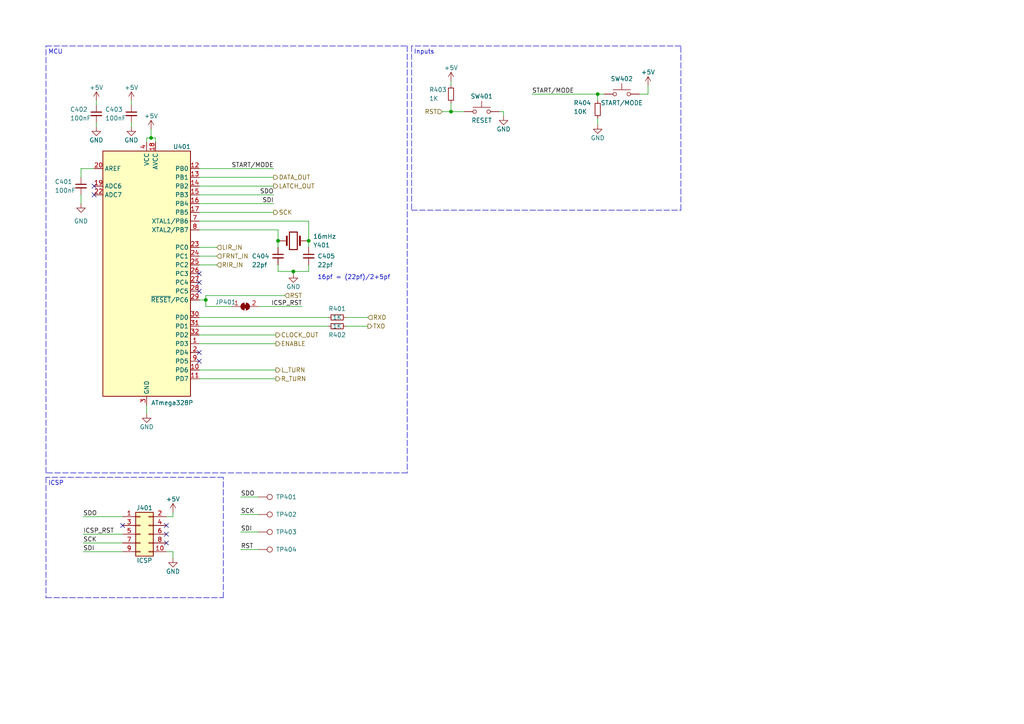
<source format=kicad_sch>
(kicad_sch (version 20211123) (generator eeschema)
  (paper "A4")
  (title_block (title "MegaMouse") (date "${ISSUE}") (rev "${REVISION}") (company "Kitsune Scientific") (comment 4 "Release: ${FULL_REVISION}"))
  (lib_symbols
    (symbol "+5V_3" (power) (pin_names (offset 0))
      (property "Value" "+5V_3" (at 0 3.556 0))
      (symbol "+5V_3_0_1"
        (polyline (pts (xy -0.762 1.27) (xy 0 2.54)))
        (polyline (pts (xy 0 0) (xy 0 2.54)))
        (polyline (pts (xy 0 2.54) (xy 0.762 1.27)))
      )
      (symbol "+5V_3_1_1"
        (pin power_in line (at 0 0 90) (length 0) hide (name "+5V") (number "1"))
      )
    )
    (symbol "+5V_5" (power) (pin_names (offset 0))
      (property "Value" "+5V_5" (at 0 3.556 0))
      (symbol "+5V_5_0_1"
        (polyline (pts (xy -0.762 1.27) (xy 0 2.54)))
        (polyline (pts (xy 0 0) (xy 0 2.54)))
        (polyline (pts (xy 0 2.54) (xy 0.762 1.27)))
      )
      (symbol "+5V_5_1_1"
        (pin power_in line (at 0 0 90) (length 0) hide (name "+5V") (number "1"))
      )
    )
    (symbol "+5V_6" (power) (pin_names (offset 0))
      (property "Value" "+5V_6" (at 0 3.556 0))
      (symbol "+5V_6_0_1"
        (polyline (pts (xy -0.762 1.27) (xy 0 2.54)))
        (polyline (pts (xy 0 0) (xy 0 2.54)))
        (polyline (pts (xy 0 2.54) (xy 0.762 1.27)))
      )
      (symbol "+5V_6_1_1"
        (pin power_in line (at 0 0 90) (length 0) hide (name "+5V") (number "1"))
      )
    )
    (symbol "+5V_7" (power) (pin_names (offset 0))
      (property "Value" "+5V_7" (at 0 3.556 0))
      (symbol "+5V_7_0_1"
        (polyline (pts (xy -0.762 1.27) (xy 0 2.54)))
        (polyline (pts (xy 0 0) (xy 0 2.54)))
        (polyline (pts (xy 0 2.54) (xy 0.762 1.27)))
      )
      (symbol "+5V_7_1_1"
        (pin power_in line (at 0 0 90) (length 0) hide (name "+5V") (number "1"))
      )
    )
    (symbol "+5V_8" (power) (pin_names (offset 0))
      (property "Value" "+5V_8" (at 0 3.556 0))
      (symbol "+5V_8_0_1"
        (polyline (pts (xy -0.762 1.27) (xy 0 2.54)))
        (polyline (pts (xy 0 0) (xy 0 2.54)))
        (polyline (pts (xy 0 2.54) (xy 0.762 1.27)))
      )
      (symbol "+5V_8_1_1"
        (pin power_in line (at 0 0 90) (length 0) hide (name "+5V") (number "1"))
      )
    )
    (symbol "Connector:TestPoint" (pin_numbers hide) (pin_names (offset 0.762) hide)
      (property "Reference" "TP" (at 0 6.858 0))
      (property "Value" "TestPoint" (at 0 5.08 0))
      (symbol "TestPoint_0_1"
        (circle (center 0 3.302) (radius 0.762))
      )
      (symbol "TestPoint_1_1"
        (pin passive line (at 0 0 90) (length 2.54) (name "1") (number "1"))
      )
    )
    (symbol "Connector_Generic:Conn_02x05_Odd_Even" (pin_names (offset 1.016) hide)
      (property "Reference" "J" (at 1.27 7.62 0))
      (property "Value" "Conn_02x05_Odd_Even" (at 1.27 -7.62 0))
      (symbol "Conn_02x05_Odd_Even_1_1"
        (rectangle (start -1.27 -4.953) (end 0 -5.207) (stroke (width 0.1524)))
        (rectangle (start -1.27 -2.413) (end 0 -2.667) (stroke (width 0.1524)))
        (rectangle (start -1.27 0.127) (end 0 -0.127) (stroke (width 0.1524)))
        (rectangle (start -1.27 2.667) (end 0 2.413) (stroke (width 0.1524)))
        (rectangle (start -1.27 5.207) (end 0 4.953) (stroke (width 0.1524)))
        (rectangle (start -1.27 6.35) (end 3.81 -6.35) (stroke (width 0.254)) (fill (type background)))
        (rectangle (start 3.81 -4.953) (end 2.54 -5.207) (stroke (width 0.1524)))
        (rectangle (start 3.81 -2.413) (end 2.54 -2.667) (stroke (width 0.1524)))
        (rectangle (start 3.81 0.127) (end 2.54 -0.127) (stroke (width 0.1524)))
        (rectangle (start 3.81 2.667) (end 2.54 2.413) (stroke (width 0.1524)))
        (rectangle (start 3.81 5.207) (end 2.54 4.953) (stroke (width 0.1524)))
        (pin passive line (at -5.08 5.08 0) (length 3.81) (name "Pin_1") (number "1"))
        (pin passive line (at 7.62 -5.08 180) (length 3.81) (name "Pin_10") (number "10"))
        (pin passive line (at 7.62 5.08 180) (length 3.81) (name "Pin_2") (number "2"))
        (pin passive line (at -5.08 2.54 0) (length 3.81) (name "Pin_3") (number "3"))
        (pin passive line (at 7.62 2.54 180) (length 3.81) (name "Pin_4") (number "4"))
        (pin passive line (at -5.08 0 0) (length 3.81) (name "Pin_5") (number "5"))
        (pin passive line (at 7.62 0 180) (length 3.81) (name "Pin_6") (number "6"))
        (pin passive line (at -5.08 -2.54 0) (length 3.81) (name "Pin_7") (number "7"))
        (pin passive line (at 7.62 -2.54 180) (length 3.81) (name "Pin_8") (number "8"))
        (pin passive line (at -5.08 -5.08 0) (length 3.81) (name "Pin_9") (number "9"))
      )
    )
    (symbol "Device:C_Small" (pin_numbers hide) (pin_names (offset 0.254) hide)
      (property "Reference" "C" (at 0.254 1.778 0))
      (property "Value" "C_Small" (at 0.254 -2.032 0))
      (symbol "C_Small_0_1"
        (polyline (pts (xy -1.524 -0.508) (xy 1.524 -0.508)) (stroke (width 0.3302)))
        (polyline (pts (xy -1.524 0.508) (xy 1.524 0.508)) (stroke (width 0.3048)))
      )
      (symbol "C_Small_1_1"
        (pin passive line (at 0 2.54 270) (length 2.032) (name "~") (number "1"))
        (pin passive line (at 0 -2.54 90) (length 2.032) (name "~") (number "2"))
      )
    )
    (symbol "Device:Crystal" (pin_numbers hide) (pin_names (offset 1.016) hide)
      (property "Reference" "Y" (at 0 3.81 0))
      (property "Value" "Crystal" (at 0 -3.81 0))
      (symbol "Crystal_0_1"
        (rectangle (start -1.143 2.54) (end 1.143 -2.54) (stroke (width 0.3048)))
        (polyline (pts (xy -2.54 0) (xy -1.905 0)))
        (polyline (pts (xy -1.905 -1.27) (xy -1.905 1.27)) (stroke (width 0.508)))
        (polyline (pts (xy 1.905 -1.27) (xy 1.905 1.27)) (stroke (width 0.508)))
        (polyline (pts (xy 2.54 0) (xy 1.905 0)))
      )
      (symbol "Crystal_1_1"
        (pin passive line (at -3.81 0 0) (length 1.27) (name "1") (number "1"))
        (pin passive line (at 3.81 0 180) (length 1.27) (name "2") (number "2"))
      )
    )
    (symbol "Device:R_Small" (pin_numbers hide) (pin_names (offset 0.254) hide)
      (property "Reference" "R" (at 0.762 0.508 0))
      (property "Value" "R_Small" (at 0.762 -1.016 0))
      (symbol "R_Small_0_1"
        (rectangle (start -0.762 1.778) (end 0.762 -1.778) (stroke (width 0.2032)))
      )
      (symbol "R_Small_1_1"
        (pin passive line (at 0 2.54 270) (length 0.762) (name "~") (number "1"))
        (pin passive line (at 0 -2.54 90) (length 0.762) (name "~") (number "2"))
      )
    )
    (symbol "GND_3" (power) (pin_names (offset 0))
      (property "Value" "GND_3" (at 0 -3.81 0))
      (symbol "GND_3_0_1"
        (polyline (pts (xy 0 0) (xy 0 -1.27) (xy 1.27 -1.27) (xy 0 -2.54) (xy -1.27 -1.27) (xy 0 -1.27)))
      )
      (symbol "GND_3_1_1"
        (pin power_in line (at 0 0 270) (length 0) hide (name "GND") (number "1"))
      )
    )
    (symbol "GND_4" (power) (pin_names (offset 0))
      (property "Value" "GND_4" (at 0 -3.81 0))
      (symbol "GND_4_0_1"
        (polyline (pts (xy 0 0) (xy 0 -1.27) (xy 1.27 -1.27) (xy 0 -2.54) (xy -1.27 -1.27) (xy 0 -1.27)))
      )
      (symbol "GND_4_1_1"
        (pin power_in line (at 0 0 270) (length 0) hide (name "GND") (number "1"))
      )
    )
    (symbol "GND_5" (power) (pin_names (offset 0))
      (property "Value" "GND_5" (at 0 -3.81 0))
      (symbol "GND_5_0_1"
        (polyline (pts (xy 0 0) (xy 0 -1.27) (xy 1.27 -1.27) (xy 0 -2.54) (xy -1.27 -1.27) (xy 0 -1.27)))
      )
      (symbol "GND_5_1_1"
        (pin power_in line (at 0 0 270) (length 0) hide (name "GND") (number "1"))
      )
    )
    (symbol "GND_6" (power) (pin_names (offset 0))
      (property "Value" "GND_6" (at 0 -3.81 0))
      (symbol "GND_6_0_1"
        (polyline (pts (xy 0 0) (xy 0 -1.27) (xy 1.27 -1.27) (xy 0 -2.54) (xy -1.27 -1.27) (xy 0 -1.27)))
      )
      (symbol "GND_6_1_1"
        (pin power_in line (at 0 0 270) (length 0) hide (name "GND") (number "1"))
      )
    )
    (symbol "GND_7" (power) (pin_names (offset 0))
      (property "Value" "GND_7" (at 0 -3.81 0))
      (symbol "GND_7_0_1"
        (polyline (pts (xy 0 0) (xy 0 -1.27) (xy 1.27 -1.27) (xy 0 -2.54) (xy -1.27 -1.27) (xy 0 -1.27)))
      )
      (symbol "GND_7_1_1"
        (pin power_in line (at 0 0 270) (length 0) hide (name "GND") (number "1"))
      )
    )
    (symbol "GND_8" (power) (pin_names (offset 0))
      (property "Value" "GND_8" (at 0 -3.81 0))
      (symbol "GND_8_0_1"
        (polyline (pts (xy 0 0) (xy 0 -1.27) (xy 1.27 -1.27) (xy 0 -2.54) (xy -1.27 -1.27) (xy 0 -1.27)))
      )
      (symbol "GND_8_1_1"
        (pin power_in line (at 0 0 270) (length 0) hide (name "GND") (number "1"))
      )
    )
    (symbol "GND_9" (power) (pin_names (offset 0))
      (property "Value" "GND_9" (at 0 -3.81 0))
      (symbol "GND_9_0_1"
        (polyline (pts (xy 0 0) (xy 0 -1.27) (xy 1.27 -1.27) (xy 0 -2.54) (xy -1.27 -1.27) (xy 0 -1.27)))
      )
      (symbol "GND_9_1_1"
        (pin power_in line (at 0 0 270) (length 0) hide (name "GND") (number "1"))
      )
    )
    (symbol "Jumper:SolderJumper_2_Bridged" (pin_names (offset 0) hide)
      (property "Reference" "JP" (at 0 2.032 0))
      (property "Value" "SolderJumper_2_Bridged" (at 0 -2.54 0))
      (symbol "SolderJumper_2_Bridged_0_1"
        (rectangle (start -0.508 0.508) (end 0.508 -0.508) (fill (type outline)))
        (arc (start -0.254 1.016) (mid -1.27 0) (end -0.254 -1.016))
        (arc (start -0.254 1.016) (mid -1.27 0) (end -0.254 -1.016) (fill (type outline)))
        (polyline (pts (xy -0.254 1.016) (xy -0.254 -1.016)))
        (polyline (pts (xy 0.254 1.016) (xy 0.254 -1.016)))
        (arc (start 0.254 -1.016) (mid 1.27 0) (end 0.254 1.016))
        (arc (start 0.254 -1.016) (mid 1.27 0) (end 0.254 1.016) (fill (type outline)))
      )
      (symbol "SolderJumper_2_Bridged_1_1"
        (pin passive line (at -3.81 0 0) (length 2.54) (name "A") (number "1"))
        (pin passive line (at 3.81 0 180) (length 2.54) (name "B") (number "2"))
      )
    )
    (symbol "MCU_Microchip_ATmega:ATmega328P-A"
      (property "Reference" "U" (at -12.7 36.83 0))
      (property "Value" "ATmega328P-A" (at 2.54 -36.83 0))
      (symbol "ATmega328P-A_0_1"
        (rectangle (start -12.7 -35.56) (end 12.7 35.56) (stroke (width 0.254)) (fill (type background)))
      )
      (symbol "ATmega328P-A_1_1"
        (pin bidirectional line (at 15.24 -20.32 180) (length 2.54) (name "PD3") (number "1"))
        (pin bidirectional line (at 15.24 -27.94 180) (length 2.54) (name "PD6") (number "10"))
        (pin bidirectional line (at 15.24 -30.48 180) (length 2.54) (name "PD7") (number "11"))
        (pin bidirectional line (at 15.24 30.48 180) (length 2.54) (name "PB0") (number "12"))
        (pin bidirectional line (at 15.24 27.94 180) (length 2.54) (name "PB1") (number "13"))
        (pin bidirectional line (at 15.24 25.4 180) (length 2.54) (name "PB2") (number "14"))
        (pin bidirectional line (at 15.24 22.86 180) (length 2.54) (name "PB3") (number "15"))
        (pin bidirectional line (at 15.24 20.32 180) (length 2.54) (name "PB4") (number "16"))
        (pin bidirectional line (at 15.24 17.78 180) (length 2.54) (name "PB5") (number "17"))
        (pin power_in line (at 2.54 38.1 270) (length 2.54) (name "AVCC") (number "18"))
        (pin input line (at -15.24 25.4 0) (length 2.54) (name "ADC6") (number "19"))
        (pin bidirectional line (at 15.24 -22.86 180) (length 2.54) (name "PD4") (number "2"))
        (pin passive line (at -15.24 30.48 0) (length 2.54) (name "AREF") (number "20"))
        (pin passive line (at 0 -38.1 90) (length 2.54) hide (name "GND") (number "21"))
        (pin input line (at -15.24 22.86 0) (length 2.54) (name "ADC7") (number "22"))
        (pin bidirectional line (at 15.24 7.62 180) (length 2.54) (name "PC0") (number "23"))
        (pin bidirectional line (at 15.24 5.08 180) (length 2.54) (name "PC1") (number "24"))
        (pin bidirectional line (at 15.24 2.54 180) (length 2.54) (name "PC2") (number "25"))
        (pin bidirectional line (at 15.24 0 180) (length 2.54) (name "PC3") (number "26"))
        (pin bidirectional line (at 15.24 -2.54 180) (length 2.54) (name "PC4") (number "27"))
        (pin bidirectional line (at 15.24 -5.08 180) (length 2.54) (name "PC5") (number "28"))
        (pin bidirectional line (at 15.24 -7.62 180) (length 2.54) (name "~{RESET}/PC6") (number "29"))
        (pin power_in line (at 0 -38.1 90) (length 2.54) (name "GND") (number "3"))
        (pin bidirectional line (at 15.24 -12.7 180) (length 2.54) (name "PD0") (number "30"))
        (pin bidirectional line (at 15.24 -15.24 180) (length 2.54) (name "PD1") (number "31"))
        (pin bidirectional line (at 15.24 -17.78 180) (length 2.54) (name "PD2") (number "32"))
        (pin power_in line (at 0 38.1 270) (length 2.54) (name "VCC") (number "4"))
        (pin passive line (at 0 -38.1 90) (length 2.54) hide (name "GND") (number "5"))
        (pin passive line (at 0 38.1 270) (length 2.54) hide (name "VCC") (number "6"))
        (pin bidirectional line (at 15.24 15.24 180) (length 2.54) (name "XTAL1/PB6") (number "7"))
        (pin bidirectional line (at 15.24 12.7 180) (length 2.54) (name "XTAL2/PB7") (number "8"))
        (pin bidirectional line (at 15.24 -25.4 180) (length 2.54) (name "PD5") (number "9"))
      )
    )
    (symbol "Switch:SW_Push" (pin_numbers hide) (pin_names (offset 1.016) hide)
      (property "Reference" "SW" (at 1.27 2.54 0))
      (property "Value" "SW_Push" (at 0 -1.524 0))
      (symbol "SW_Push_0_1"
        (circle (center -2.032 0) (radius 0.508))
        (polyline (pts (xy 0 1.27) (xy 0 3.048)))
        (polyline (pts (xy 2.54 1.27) (xy -2.54 1.27)))
        (circle (center 2.032 0) (radius 0.508))
        (pin passive line (at -5.08 0 0) (length 2.54) (name "1") (number "1"))
        (pin passive line (at 5.08 0 180) (length 2.54) (name "2") (number "2"))
      )
    )
  )
  (junction (at 130.81 32.385))
  (junction (at 89.535 69.85))
  (junction (at 173.355 27.305))
  (junction (at 43.815 40.005))
  (junction (at 80.645 69.85))
  (junction (at 85.09 78.74))
  (junction (at 59.69 86.995))
  (no_connect (at 57.785 102.235))
  (no_connect (at 27.305 56.515))
  (no_connect (at 48.26 154.94))
  (no_connect (at 48.26 157.48))
  (no_connect (at 48.26 152.4))
  (no_connect (at 57.785 79.375))
  (no_connect (at 35.56 152.4))
  (no_connect (at 57.785 104.775))
  (no_connect (at 57.785 81.915))
  (no_connect (at 27.305 53.975))
  (no_connect (at 57.785 84.455))
  (wire (pts (xy 62.865 76.835) (xy 57.785 76.835)))
  (wire (pts (xy 57.785 53.975) (xy 79.375 53.975)))
  (polyline (pts (xy 197.485 60.96) (xy 197.485 13.335)))
  (wire (pts (xy 23.495 56.515) (xy 23.495 59.055)))
  (wire (pts (xy 45.085 40.005) (xy 43.815 40.005)))
  (wire (pts (xy 69.85 144.145) (xy 74.93 144.145)))
  (wire (pts (xy 24.13 149.86) (xy 35.56 149.86)))
  (wire (pts (xy 82.55 85.725) (xy 59.69 85.725)))
  (wire (pts (xy 57.785 51.435) (xy 79.375 51.435)))
  (wire (pts (xy 80.01 97.155) (xy 57.785 97.155)))
  (wire (pts (xy 80.645 69.85) (xy 81.28 69.85)))
  (wire (pts (xy 59.69 88.9) (xy 67.31 88.9)))
  (wire (pts (xy 80.01 99.695) (xy 57.785 99.695)))
  (wire (pts (xy 48.26 149.86) (xy 50.165 149.86)))
  (wire (pts (xy 23.495 48.895) (xy 23.495 51.435)))
  (wire (pts (xy 59.69 86.995) (xy 57.785 86.995)))
  (wire (pts (xy 50.165 149.86) (xy 50.165 148.59)))
  (wire (pts (xy 130.81 23.495) (xy 130.81 24.765)))
  (wire (pts (xy 69.85 154.305) (xy 74.93 154.305)))
  (wire (pts (xy 24.13 160.02) (xy 35.56 160.02)))
  (wire (pts (xy 57.785 61.595) (xy 79.375 61.595)))
  (wire (pts (xy 57.785 94.615) (xy 95.25 94.615)))
  (wire (pts (xy 130.81 32.385) (xy 128.27 32.385)))
  (polyline (pts (xy 64.77 138.43) (xy 13.335 138.43)))
  (wire (pts (xy 187.96 27.305) (xy 185.42 27.305)))
  (wire (pts (xy 89.535 69.85) (xy 89.535 64.135)))
  (wire (pts (xy 89.535 69.85) (xy 89.535 71.755)))
  (wire (pts (xy 154.305 27.305) (xy 173.355 27.305)))
  (wire (pts (xy 45.085 41.275) (xy 45.085 40.005)))
  (polyline (pts (xy 119.38 60.96) (xy 197.485 60.96)))
  (wire (pts (xy 173.355 27.305) (xy 175.26 27.305)))
  (wire (pts (xy 24.13 154.94) (xy 35.56 154.94)))
  (wire (pts (xy 173.355 27.305) (xy 173.355 29.21)))
  (wire (pts (xy 69.85 149.225) (xy 74.93 149.225)))
  (wire (pts (xy 57.785 66.675) (xy 80.645 66.675)))
  (wire (pts (xy 42.545 40.005) (xy 42.545 41.275)))
  (wire (pts (xy 80.645 69.85) (xy 80.645 71.755)))
  (wire (pts (xy 80.645 78.74) (xy 85.09 78.74)))
  (wire (pts (xy 173.355 34.29) (xy 173.355 36.195)))
  (wire (pts (xy 79.375 48.895) (xy 57.785 48.895)))
  (wire (pts (xy 80.01 107.315) (xy 57.785 107.315)))
  (wire (pts (xy 80.645 76.835) (xy 80.645 78.74)))
  (polyline (pts (xy 197.485 13.335) (xy 119.38 13.335)))
  (wire (pts (xy 80.01 109.855) (xy 57.785 109.855)))
  (polyline (pts (xy 119.38 13.335) (xy 119.38 60.96)))
  (polyline (pts (xy 64.77 173.355) (xy 64.77 138.43)))
  (polyline (pts (xy 118.11 13.335) (xy 118.11 137.16)))
  (wire (pts (xy 80.645 66.675) (xy 80.645 69.85)))
  (wire (pts (xy 57.785 92.075) (xy 95.25 92.075)))
  (wire (pts (xy 43.815 37.465) (xy 43.815 40.005)))
  (wire (pts (xy 88.9 69.85) (xy 89.535 69.85)))
  (polyline (pts (xy 13.335 13.335) (xy 118.11 13.335)))
  (wire (pts (xy 62.865 71.755) (xy 57.785 71.755)))
  (wire (pts (xy 38.1 35.56) (xy 38.1 36.83)))
  (wire (pts (xy 48.26 160.02) (xy 50.165 160.02)))
  (wire (pts (xy 38.1 29.21) (xy 38.1 30.48)))
  (wire (pts (xy 74.93 88.9) (xy 87.63 88.9)))
  (polyline (pts (xy 13.335 138.43) (xy 13.335 173.355)))
  (polyline (pts (xy 13.335 173.355) (xy 64.77 173.355)))
  (wire (pts (xy 134.62 32.385) (xy 130.81 32.385)))
  (polyline (pts (xy 13.335 137.16) (xy 13.335 13.335)))
  (wire (pts (xy 146.05 32.385) (xy 144.78 32.385)))
  (wire (pts (xy 50.165 160.02) (xy 50.165 161.925)))
  (wire (pts (xy 43.815 40.005) (xy 42.545 40.005)))
  (wire (pts (xy 42.545 117.475) (xy 42.545 120.015)))
  (wire (pts (xy 100.33 92.075) (xy 106.68 92.075)))
  (wire (pts (xy 57.785 59.055) (xy 79.375 59.055)))
  (wire (pts (xy 100.33 94.615) (xy 106.68 94.615)))
  (wire (pts (xy 27.305 48.895) (xy 23.495 48.895)))
  (wire (pts (xy 27.94 35.56) (xy 27.94 36.83)))
  (wire (pts (xy 89.535 78.74) (xy 89.535 76.835)))
  (wire (pts (xy 59.69 86.995) (xy 59.69 88.9)))
  (wire (pts (xy 59.69 85.725) (xy 59.69 86.995)))
  (wire (pts (xy 24.13 157.48) (xy 35.56 157.48)))
  (wire (pts (xy 27.94 29.21) (xy 27.94 30.48)))
  (polyline (pts (xy 118.11 137.16) (xy 13.335 137.16)))
  (wire (pts (xy 85.09 78.74) (xy 89.535 78.74)))
  (wire (pts (xy 69.85 159.385) (xy 74.93 159.385)))
  (wire (pts (xy 62.865 74.295) (xy 57.785 74.295)))
  (wire (pts (xy 146.05 33.655) (xy 146.05 32.385)))
  (wire (pts (xy 57.785 64.135) (xy 89.535 64.135)))
  (wire (pts (xy 187.96 24.765) (xy 187.96 27.305)))
  (wire (pts (xy 85.09 78.74) (xy 85.09 79.375)))
  (wire (pts (xy 130.81 32.385) (xy 130.81 29.845)))
  (wire (pts (xy 57.785 56.515) (xy 79.375 56.515)))
  (text "ICSP" (at 13.97 140.97 0) (effects (font (size 1.27 1.27)) (justify left bottom)))
  (text "MCU" (at 13.97 15.875 0) (effects (font (size 1.27 1.27)) (justify left bottom)))
  (text "Inputs" (at 120.015 15.875 0) (effects (font (size 1.27 1.27)) (justify left bottom)))
  (text "16pf = (22pf)/2+5pf" (at 92.075 81.28 0) (effects (font (size 1.27 1.27)) (justify left bottom)))
  (label "SDO" (at 24.13 149.86 0))
  (label "SDO" (at 79.375 56.515 180))
  (label "SDI" (at 24.13 160.02 0))
  (label "START{slash}MODE" (at 154.305 27.305 0))
  (label "ICSP_RST" (at 87.63 88.9 180))
  (label "START{slash}MODE" (at 79.375 48.895 180))
  (label "SDI" (at 79.375 59.055 180))
  (label "RST" (at 69.85 159.385 0))
  (label "SCK" (at 24.13 157.48 0))
  (label "SDO" (at 69.85 144.145 0))
  (label "SCK" (at 69.85 149.225 0))
  (label "SDI" (at 69.85 154.305 0))
  (label "ICSP_RST" (at 24.13 154.94 0))
  (hierarchical_label "FRNT_IN" (shape input) (at 62.865 74.295 0))
  (hierarchical_label "RST" (shape input) (at 82.55 85.725 0))
  (hierarchical_label "RST" (shape input) (at 128.27 32.385 180))
  (hierarchical_label "CLOCK_OUT" (shape output) (at 80.01 97.155 0))
  (hierarchical_label "SCK" (shape output) (at 79.375 61.595 0))
  (hierarchical_label "DATA_OUT" (shape output) (at 79.375 51.435 0))
  (hierarchical_label "LIR_IN" (shape input) (at 62.865 71.755 0))
  (hierarchical_label "L_TURN" (shape output) (at 80.01 107.315 0))
  (hierarchical_label "ENABLE" (shape output) (at 80.01 99.695 0))
  (hierarchical_label "LATCH_OUT" (shape output) (at 79.375 53.975 0))
  (hierarchical_label "RXD" (shape input) (at 106.68 92.075 0))
  (hierarchical_label "RIR_IN" (shape input) (at 62.865 76.835 0))
  (hierarchical_label "TXD" (shape output) (at 106.68 94.615 0))
  (hierarchical_label "R_TURN" (shape output) (at 80.01 109.855 0))
  (symbol (lib_id "Device:R_Small") (at 97.79 94.615 90) (unit 1)
    (property "Reference" "R402" (at 97.79 97.155 90))
    (property "Value" "1K" (at 97.79 94.615 90))
    (property "Footprint" "Resistor_SMD:R_0805_2012Metric" (effects hide))
  )
  (symbol (lib_name "GND_8") (lib_id "power:GND") (at 42.545 120.015 0) (unit 1)
    (property "Reference" "#PWR0406" (effects hide))
    (property "Value" "GND" (at 42.545 123.825 0))
  )
  (symbol (lib_id "Connector_Generic:Conn_02x05_Odd_Even") (at 40.64 154.94 0) (unit 1)
    (property "Reference" "J401" (at 41.91 147.32 0))
    (property "Value" "ICSP" (at 41.91 162.56 0))
    (property "Footprint" "Connector:Tag-Connect_TC2050-IDC-FP_2x05_P1.27mm_Vertical" (effects hide))
  )
  (symbol (lib_id "Device:C_Small") (at 27.94 33.02 0) (unit 1)
    (property "Reference" "C402" (at 20.32 31.75 0) (effects (justify left)))
    (property "Value" "100nF" (at 20.32 34.29 0) (effects (justify left)))
    (property "Footprint" "Capacitor_SMD:C_0805_2012Metric" (effects hide))
  )
  (symbol (lib_name "GND_9") (lib_id "power:GND") (at 85.09 79.375 0) (unit 1)
    (property "Reference" "#PWR0410" (effects hide))
    (property "Value" "GND" (at 85.09 83.185 0))
  )
  (symbol (lib_name "+5V_6") (lib_id "power:+5V") (at 50.165 148.59 0) (unit 1)
    (property "Reference" "#PWR0408" (effects hide))
    (property "Value" "+5V" (at 50.165 144.78 0))
  )
  (symbol (lib_name "GND_5") (lib_id "power:GND") (at 50.165 161.925 0) (unit 1)
    (property "Reference" "#PWR0409" (effects hide))
    (property "Value" "GND" (at 50.165 165.735 0))
  )
  (symbol (lib_name "+5V_7") (lib_id "power:+5V") (at 38.1 29.21 0) (unit 1)
    (property "Reference" "#PWR0404" (effects hide))
    (property "Value" "+5V" (at 38.1 25.4 0))
  )
  (symbol (lib_id "MCU_Microchip_ATmega:ATmega328P-A") (at 42.545 79.375 0) (unit 1)
    (property "Reference" "U401" (at 50.165 42.545 0) (effects (justify left)))
    (property "Value" "ATmega328P" (at 43.815 116.84 0) (effects (justify left)))
    (property "Footprint" "Package_QFP:TQFP-32_7x7mm_P0.8mm" (effects hide))
    (property "Datasheet" "https://ww1.microchip.com/downloads/en/DeviceDoc/Atmel-7810-Automotive-Microcontrollers-ATmega328P_Datasheet.pdf" (effects hide))
  )
  (symbol (lib_id "Device:R_Small") (at 130.81 27.305 0) (unit 1)
    (property "Reference" "R403" (at 124.46 26.035 0) (effects (justify left)))
    (property "Value" "1K" (at 124.46 28.575 0) (effects (justify left)))
    (property "Footprint" "Resistor_SMD:R_0805_2012Metric" (effects hide))
  )
  (symbol (lib_id "Jumper:SolderJumper_2_Bridged") (at 71.12 88.9 0) (unit 1)
    (property "Reference" "JP401" (at 65.405 87.63 0))
    (property "Value" "RSTBridge" (effects hide))
    (property "Footprint" "Jumper:SolderJumper-2_P1.3mm_Bridged_Pad1.0x1.5mm" (effects hide))
  )
  (symbol (lib_id "Device:C_Small") (at 38.1 33.02 0) (unit 1)
    (property "Reference" "C403" (at 30.48 31.75 0) (effects (justify left)))
    (property "Value" "100nF" (at 30.48 34.29 0) (effects (justify left)))
    (property "Footprint" "Capacitor_SMD:C_0805_2012Metric" (effects hide))
  )
  (symbol (lib_id "Device:C_Small") (at 89.535 74.295 0) (unit 1)
    (property "Reference" "C405" (at 92.075 74.295 0) (effects (justify left)))
    (property "Value" "22pf" (at 92.075 76.835 0) (effects (justify left)))
    (property "Footprint" "Capacitor_SMD:C_0603_1608Metric" (effects hide))
  )
  (symbol (lib_id "Device:R_Small") (at 97.79 92.075 90) (unit 1)
    (property "Reference" "R401" (at 97.79 89.535 90))
    (property "Value" "1K" (at 97.79 92.075 90))
    (property "Footprint" "Resistor_SMD:R_0805_2012Metric" (effects hide))
  )
  (symbol (lib_name "GND_4") (lib_id "power:GND") (at 146.05 33.655 0) (unit 1)
    (property "Reference" "#PWR0412" (effects hide))
    (property "Value" "GND" (at 146.05 37.465 0))
  )
  (symbol (lib_name "+5V_5") (lib_id "power:+5V") (at 130.81 23.495 0) (unit 1)
    (property "Reference" "#PWR0411" (effects hide))
    (property "Value" "+5V" (at 130.81 19.685 0))
  )
  (symbol (lib_id "Connector:TestPoint") (at 74.93 159.385 270) (unit 1)
    (property "Reference" "TP404" (at 80.01 159.385 90) (effects (justify left)))
    (property "Value" "TestPoint" (effects hide))
    (property "Footprint" "TestPoint:TestPoint_Pad_2.0x2.0mm" (effects hide))
  )
  (symbol (lib_name "+5V_3") (lib_id "power:+5V") (at 187.96 24.765 0) (unit 1)
    (property "Reference" "#PWR0414" (effects hide))
    (property "Value" "+5V" (at 187.96 20.955 0))
  )
  (symbol (lib_id "Device:C_Small") (at 80.645 74.295 0) (unit 1)
    (property "Reference" "C404" (at 73.025 74.295 0) (effects (justify left)))
    (property "Value" "22pf" (at 73.025 76.835 0) (effects (justify left)))
    (property "Footprint" "Capacitor_SMD:C_0603_1608Metric" (effects hide))
  )
  (symbol (lib_name "+5V_7") (lib_id "power:+5V") (at 27.94 29.21 0) (unit 1)
    (property "Reference" "#PWR0402" (effects hide))
    (property "Value" "+5V" (at 27.94 25.4 0))
  )
  (symbol (lib_id "Switch:SW_Push") (at 139.7 32.385 0) (unit 1)
    (property "Reference" "SW401" (at 139.7 27.94 0))
    (property "Value" "RESET" (at 139.7 34.925 0))
    (property "Footprint" "Button_Switch_THT:SW_PUSH_6mm_H5mm" (effects hide))
  )
  (symbol (lib_id "Device:R_Small") (at 173.355 31.75 0) (unit 1)
    (property "Reference" "R404" (at 166.37 29.845 0) (effects (justify left)))
    (property "Value" "10K" (at 166.37 32.385 0) (effects (justify left)))
    (property "Footprint" "Resistor_SMD:R_0805_2012Metric" (effects hide))
  )
  (symbol (lib_id "Connector:TestPoint") (at 74.93 144.145 270) (unit 1)
    (property "Reference" "TP401" (at 80.01 144.145 90) (effects (justify left)))
    (property "Value" "TestPoint" (effects hide))
    (property "Footprint" "TestPoint:TestPoint_Pad_2.0x2.0mm" (effects hide))
  )
  (symbol (lib_id "Device:Crystal") (at 85.09 69.85 180) (unit 1)
    (property "Reference" "Y401" (at 90.805 71.12 0) (effects (justify right)))
    (property "Value" "16mHz" (at 90.805 68.58 0) (effects (justify right)))
    (property "Footprint" "Crystal:Crystal_SMD_HC49-SD" (effects hide))
  )
  (symbol (lib_id "Device:C_Small") (at 23.495 53.975 0) (unit 1)
    (property "Reference" "C401" (at 15.875 52.705 0) (effects (justify left)))
    (property "Value" "100nF" (at 15.875 55.245 0) (effects (justify left)))
    (property "Footprint" "Capacitor_SMD:C_0805_2012Metric" (effects hide))
  )
  (symbol (lib_name "GND_6") (lib_id "power:GND") (at 23.495 59.055 0) (unit 1)
    (property "Reference" "#PWR0401" (effects hide))
    (property "Value" "GND" (at 23.495 64.135 0))
  )
  (symbol (lib_id "Connector:TestPoint") (at 74.93 154.305 270) (unit 1)
    (property "Reference" "TP403" (at 80.01 154.305 90) (effects (justify left)))
    (property "Value" "TestPoint" (effects hide))
    (property "Footprint" "TestPoint:TestPoint_Pad_2.0x2.0mm" (effects hide))
  )
  (symbol (lib_name "GND_7") (lib_id "power:GND") (at 27.94 36.83 0) (unit 1)
    (property "Reference" "#PWR0403" (effects hide))
    (property "Value" "GND" (at 27.94 40.64 0))
  )
  (symbol (lib_id "Switch:SW_Push") (at 180.34 27.305 0) (unit 1)
    (property "Reference" "SW402" (at 180.34 22.86 0))
    (property "Value" "START/MODE" (at 180.34 29.845 0))
    (property "Footprint" "Button_Switch_THT:SW_Tactile_SKHH_Angled" (effects hide))
  )
  (symbol (lib_name "GND_3") (lib_id "power:GND") (at 173.355 36.195 0) (unit 1)
    (property "Reference" "#PWR0413" (effects hide))
    (property "Value" "GND" (at 173.355 40.005 0))
  )
  (symbol (lib_name "+5V_8") (lib_id "power:+5V") (at 43.815 37.465 0) (unit 1)
    (property "Reference" "#PWR0407" (effects hide))
    (property "Value" "+5V" (at 43.815 33.655 0))
  )
  (symbol (lib_name "GND_7") (lib_id "power:GND") (at 38.1 36.83 0) (unit 1)
    (property "Reference" "#PWR0405" (effects hide))
    (property "Value" "GND" (at 38.1 40.64 0))
  )
  (symbol (lib_id "Connector:TestPoint") (at 74.93 149.225 270) (unit 1)
    (property "Reference" "TP402" (at 80.01 149.225 90) (effects (justify left)))
    (property "Value" "TestPoint" (effects hide))
    (property "Footprint" "TestPoint:TestPoint_Pad_2.0x2.0mm" (effects hide))
  )
)
</source>
